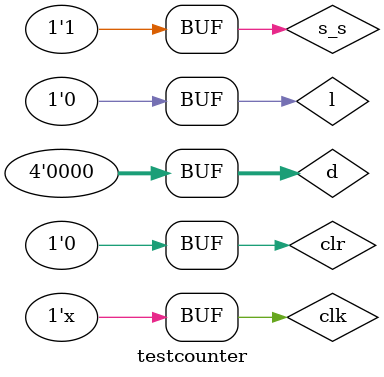
<source format=v>
module testcounter ();
reg [3:0] d;
wire [3:0] c;
reg s_s, l, clk, clr;

counter inst0 (clr, clk, l, s_s, c, d);

initial 
  begin
    # 5 clk <= 0; clr <= 0; l <= 0;  s_s <= 0;  d <= 8'hF0;
  end
always # 40 clk <= !clk;
initial 
   begin
     # 100 clr <= 1;
     #  50 clr <= 0; 
   end
initial
  begin
    #  400 s_s <= 1;
    # 3000 s_s <= 0;
  end
initial
  begin
    # 3500 s_s <= 1;
    # 3700 l <= 1;
    #  200 l <= 0;
  end
endmodule


</source>
